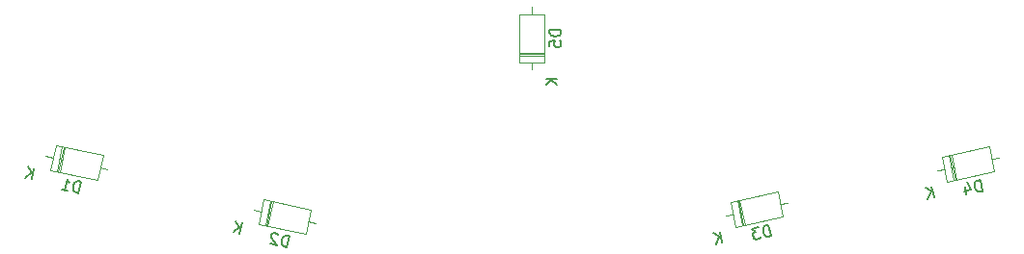
<source format=gbo>
G04 #@! TF.GenerationSoftware,KiCad,Pcbnew,(5.1.9)-1*
G04 #@! TF.CreationDate,2021-01-29T11:52:33-08:00*
G04 #@! TF.ProjectId,foursu-pcb,666f7572-7375-42d7-9063-622e6b696361,rev?*
G04 #@! TF.SameCoordinates,Original*
G04 #@! TF.FileFunction,Legend,Bot*
G04 #@! TF.FilePolarity,Positive*
%FSLAX46Y46*%
G04 Gerber Fmt 4.6, Leading zero omitted, Abs format (unit mm)*
G04 Created by KiCad (PCBNEW (5.1.9)-1) date 2021-01-29 11:52:33*
%MOMM*%
%LPD*%
G01*
G04 APERTURE LIST*
%ADD10C,0.120000*%
%ADD11C,0.150000*%
%ADD12R,2.000000X2.000000*%
%ADD13C,2.000000*%
%ADD14R,2.000000X3.200000*%
%ADD15C,1.750000*%
%ADD16C,0.100000*%
%ADD17C,1.905000*%
%ADD18C,2.250000*%
%ADD19C,3.987800*%
%ADD20O,1.600000X1.600000*%
%ADD21R,1.600000X1.600000*%
%ADD22C,2.082800*%
G04 APERTURE END LIST*
D10*
G04 #@! TO.C,D5*
X92763750Y-160103750D02*
X90523750Y-160103750D01*
X90523750Y-160103750D02*
X90523750Y-155863750D01*
X90523750Y-155863750D02*
X92763750Y-155863750D01*
X92763750Y-155863750D02*
X92763750Y-160103750D01*
X91643750Y-160753750D02*
X91643750Y-160103750D01*
X91643750Y-155213750D02*
X91643750Y-155863750D01*
X92763750Y-159383750D02*
X90523750Y-159383750D01*
X92763750Y-159263750D02*
X90523750Y-159263750D01*
X92763750Y-159503750D02*
X90523750Y-159503750D01*
G04 #@! TO.C,D4*
X128092181Y-170606655D02*
X127626458Y-168415604D01*
X127626458Y-168415604D02*
X131773804Y-167534058D01*
X131773804Y-167534058D02*
X132239526Y-169725109D01*
X132239526Y-169725109D02*
X128092181Y-170606655D01*
X127223524Y-169646272D02*
X127859319Y-169511129D01*
X132642461Y-168494441D02*
X132006665Y-168629584D01*
X128796447Y-170456958D02*
X128330725Y-168265908D01*
X128913825Y-170432009D02*
X128448102Y-168240958D01*
X128679069Y-170481908D02*
X128213347Y-168290857D01*
G04 #@! TO.C,D3*
X109526196Y-174572192D02*
X109060473Y-172381141D01*
X109060473Y-172381141D02*
X113207819Y-171499595D01*
X113207819Y-171499595D02*
X113673541Y-173690646D01*
X113673541Y-173690646D02*
X109526196Y-174572192D01*
X108657539Y-173611809D02*
X109293334Y-173476666D01*
X114076476Y-172459978D02*
X113440680Y-172595121D01*
X110230462Y-174422495D02*
X109764740Y-172231445D01*
X110347840Y-174397546D02*
X109882117Y-172206495D01*
X110113084Y-174447445D02*
X109647362Y-172256394D01*
G04 #@! TO.C,D2*
X67663958Y-174353146D02*
X68129681Y-172162095D01*
X68129681Y-172162095D02*
X72277026Y-173043641D01*
X72277026Y-173043641D02*
X71811304Y-175234692D01*
X71811304Y-175234692D02*
X67663958Y-174353146D01*
X67261024Y-173122478D02*
X67896819Y-173257621D01*
X72679961Y-174274309D02*
X72044165Y-174139166D01*
X68368225Y-174502842D02*
X68833947Y-172311792D01*
X68485602Y-174527792D02*
X68951325Y-172336741D01*
X68250847Y-174477893D02*
X68716569Y-172286842D01*
G04 #@! TO.C,D1*
X49407708Y-169590646D02*
X49873431Y-167399595D01*
X49873431Y-167399595D02*
X54020776Y-168281141D01*
X54020776Y-168281141D02*
X53555054Y-170472192D01*
X53555054Y-170472192D02*
X49407708Y-169590646D01*
X49004774Y-168359978D02*
X49640569Y-168495121D01*
X54423711Y-169511809D02*
X53787915Y-169376666D01*
X50111975Y-169740342D02*
X50577697Y-167549292D01*
X50229352Y-169765292D02*
X50695075Y-167574241D01*
X49994597Y-169715393D02*
X50460319Y-167524342D01*
G04 #@! TO.C,D5*
D11*
X94216130Y-157245654D02*
X93216130Y-157245654D01*
X93216130Y-157483750D01*
X93263750Y-157626607D01*
X93358988Y-157721845D01*
X93454226Y-157769464D01*
X93644702Y-157817083D01*
X93787559Y-157817083D01*
X93978035Y-157769464D01*
X94073273Y-157721845D01*
X94168511Y-157626607D01*
X94216130Y-157483750D01*
X94216130Y-157245654D01*
X93216130Y-158721845D02*
X93216130Y-158245654D01*
X93692321Y-158198035D01*
X93644702Y-158245654D01*
X93597083Y-158340892D01*
X93597083Y-158578988D01*
X93644702Y-158674226D01*
X93692321Y-158721845D01*
X93787559Y-158769464D01*
X94025654Y-158769464D01*
X94120892Y-158721845D01*
X94168511Y-158674226D01*
X94216130Y-158578988D01*
X94216130Y-158340892D01*
X94168511Y-158245654D01*
X94120892Y-158198035D01*
X93896130Y-161531845D02*
X92896130Y-161531845D01*
X93896130Y-162103273D02*
X93324702Y-161674702D01*
X92896130Y-162103273D02*
X93467559Y-161531845D01*
G04 #@! TO.C,D4*
X131189786Y-171433065D02*
X130981874Y-170454918D01*
X130748982Y-170504420D01*
X130619147Y-170580701D01*
X130545791Y-170693659D01*
X130519014Y-170796716D01*
X130512038Y-170992930D01*
X130541739Y-171132666D01*
X130627920Y-171309079D01*
X130694300Y-171392335D01*
X130807258Y-171465691D01*
X130956894Y-171482568D01*
X131189786Y-171433065D01*
X129653824Y-171077984D02*
X129792432Y-171730082D01*
X129807512Y-170655853D02*
X130188913Y-171305027D01*
X129583393Y-171433734D01*
X126930727Y-172011208D02*
X126722816Y-171033060D01*
X126371786Y-172130014D02*
X126672185Y-171481968D01*
X126163874Y-171151867D02*
X126841622Y-171592002D01*
G04 #@! TO.C,D3*
X112623801Y-175398602D02*
X112415889Y-174420455D01*
X112182997Y-174469957D01*
X112053162Y-174546238D01*
X111979806Y-174659196D01*
X111953029Y-174762253D01*
X111946053Y-174958467D01*
X111975754Y-175098203D01*
X112061935Y-175274616D01*
X112128315Y-175357872D01*
X112241273Y-175431228D01*
X112390909Y-175448105D01*
X112623801Y-175398602D01*
X111530898Y-174608565D02*
X110925379Y-174737272D01*
X111330632Y-175040596D01*
X111190897Y-175070298D01*
X111107640Y-175136677D01*
X111070963Y-175193156D01*
X111044185Y-175296214D01*
X111093688Y-175529106D01*
X111160068Y-175612363D01*
X111216547Y-175649040D01*
X111319604Y-175675818D01*
X111599075Y-175616414D01*
X111682331Y-175550035D01*
X111719009Y-175493556D01*
X108364742Y-175976745D02*
X108156831Y-174998597D01*
X107805801Y-176095551D02*
X108106200Y-175447505D01*
X107597889Y-175117404D02*
X108275637Y-175557539D01*
G04 #@! TO.C,D2*
X70157630Y-176368019D02*
X70365542Y-175389872D01*
X70132650Y-175340369D01*
X69983014Y-175357246D01*
X69870056Y-175430602D01*
X69803676Y-175513858D01*
X69717495Y-175690271D01*
X69687794Y-175830007D01*
X69694770Y-176026221D01*
X69721547Y-176129279D01*
X69794903Y-176242237D01*
X69924738Y-176318517D01*
X70157630Y-176368019D01*
X69414172Y-175285018D02*
X69377494Y-175228539D01*
X69294237Y-175162159D01*
X69061345Y-175112656D01*
X68958288Y-175139434D01*
X68901809Y-175176112D01*
X68835429Y-175259368D01*
X68815628Y-175352525D01*
X68832505Y-175502161D01*
X69272640Y-176179909D01*
X68667120Y-176051202D01*
X66031635Y-175163864D02*
X66239546Y-174185716D01*
X65472693Y-175045057D02*
X66010706Y-174575221D01*
X65680605Y-174066910D02*
X66120740Y-174744658D01*
G04 #@! TO.C,D1*
X51901380Y-171605519D02*
X52109292Y-170627372D01*
X51876400Y-170577869D01*
X51726764Y-170594746D01*
X51613806Y-170668102D01*
X51547426Y-170751358D01*
X51461245Y-170927771D01*
X51431544Y-171067507D01*
X51438520Y-171263721D01*
X51465297Y-171366779D01*
X51538653Y-171479737D01*
X51668488Y-171556017D01*
X51901380Y-171605519D01*
X50410870Y-171288702D02*
X50969811Y-171407508D01*
X50690340Y-171348105D02*
X50898252Y-170369957D01*
X50961707Y-170529494D01*
X51035063Y-170642452D01*
X51118320Y-170708831D01*
X47775385Y-170401364D02*
X47983296Y-169423216D01*
X47216443Y-170282557D02*
X47754456Y-169812721D01*
X47424355Y-169304410D02*
X47864490Y-169982158D01*
G04 #@! TD*
%LPC*%
D12*
G04 #@! TO.C,SW1*
X94130000Y-130300000D03*
D13*
X91630000Y-130300000D03*
X89130000Y-130300000D03*
D14*
X97230000Y-137800000D03*
X86030000Y-137800000D03*
D13*
X94130000Y-144800000D03*
X89130000Y-144800000D03*
G04 #@! TD*
D15*
G04 #@! TO.C,MX4*
X132808990Y-156783809D03*
X122871010Y-158896191D03*
D16*
G36*
X129404789Y-163674663D02*
G01*
X129008718Y-161811292D01*
X130872089Y-161415221D01*
X131268160Y-163278592D01*
X129404789Y-163674663D01*
G37*
D17*
X127653944Y-163073038D03*
D18*
X123585162Y-156147649D03*
D19*
X127840000Y-157840000D03*
D18*
X129268304Y-152342914D03*
G04 #@! TD*
D15*
G04 #@! TO.C,MX3*
X114228990Y-160733809D03*
X104291010Y-162846191D03*
D16*
G36*
X110824789Y-167624663D02*
G01*
X110428718Y-165761292D01*
X112292089Y-165365221D01*
X112688160Y-167228592D01*
X110824789Y-167624663D01*
G37*
D17*
X109073944Y-167023038D03*
D18*
X105005162Y-160097649D03*
D19*
X109260000Y-161790000D03*
D18*
X110688304Y-156292914D03*
G04 #@! TD*
D15*
G04 #@! TO.C,MX2*
X78988990Y-162816191D03*
X69051010Y-160703809D03*
D16*
G36*
X73076335Y-167726688D02*
G01*
X73472406Y-165863317D01*
X75335777Y-166259388D01*
X74939706Y-168122759D01*
X73076335Y-167726688D01*
G37*
D17*
X71721561Y-166464942D03*
D18*
X70821353Y-158483362D03*
D19*
X74020000Y-161760000D03*
D18*
X77560686Y-157319106D03*
G04 #@! TD*
D15*
G04 #@! TO.C,MX1*
X60418990Y-158886191D03*
X50481010Y-156773809D03*
D16*
G36*
X54506335Y-163796688D02*
G01*
X54902406Y-161933317D01*
X56765777Y-162329388D01*
X56369706Y-164192759D01*
X54506335Y-163796688D01*
G37*
D17*
X53151561Y-162534942D03*
D18*
X52251353Y-154553362D03*
D19*
X55450000Y-157830000D03*
D18*
X58990686Y-153389106D03*
G04 #@! TD*
D20*
G04 #@! TO.C,D5*
X91643750Y-154173750D03*
D21*
X91643750Y-161793750D03*
G04 #@! TD*
G04 #@! TO.C,D4*
G36*
G01*
X132877217Y-168444542D02*
X132877217Y-168444542D01*
G75*
G02*
X133493406Y-167495695I782518J166329D01*
G01*
X133493406Y-167495695D01*
G75*
G02*
X134442253Y-168111884I166329J-782518D01*
G01*
X134442253Y-168111884D01*
G75*
G02*
X133826064Y-169060731I-782518J-166329D01*
G01*
X133826064Y-169060731D01*
G75*
G02*
X132877217Y-168444542I-166329J782518D01*
G01*
G37*
D16*
G36*
X125590061Y-170811347D02*
G01*
X125257403Y-169246311D01*
X126822439Y-168913653D01*
X127155097Y-170478689D01*
X125590061Y-170811347D01*
G37*
G04 #@! TD*
G04 #@! TO.C,D3*
G36*
G01*
X114311232Y-172410079D02*
X114311232Y-172410079D01*
G75*
G02*
X114927421Y-171461232I782518J166329D01*
G01*
X114927421Y-171461232D01*
G75*
G02*
X115876268Y-172077421I166329J-782518D01*
G01*
X115876268Y-172077421D01*
G75*
G02*
X115260079Y-173026268I-782518J-166329D01*
G01*
X115260079Y-173026268D01*
G75*
G02*
X114311232Y-172410079I-166329J782518D01*
G01*
G37*
G36*
X107024076Y-174776884D02*
G01*
X106691418Y-173211848D01*
X108256454Y-172879190D01*
X108589112Y-174444226D01*
X107024076Y-174776884D01*
G37*
G04 #@! TD*
G04 #@! TO.C,D2*
G36*
G01*
X72914717Y-174324208D02*
X72914717Y-174324208D01*
G75*
G02*
X73863564Y-173708019I782518J-166329D01*
G01*
X73863564Y-173708019D01*
G75*
G02*
X74479753Y-174656866I-166329J-782518D01*
G01*
X74479753Y-174656866D01*
G75*
G02*
X73530906Y-175273055I-782518J166329D01*
G01*
X73530906Y-175273055D01*
G75*
G02*
X72914717Y-174324208I166329J782518D01*
G01*
G37*
G36*
X65294903Y-173522439D02*
G01*
X65627561Y-171957403D01*
X67192597Y-172290061D01*
X66859939Y-173855097D01*
X65294903Y-173522439D01*
G37*
G04 #@! TD*
G04 #@! TO.C,D1*
G36*
G01*
X54658467Y-169561708D02*
X54658467Y-169561708D01*
G75*
G02*
X55607314Y-168945519I782518J-166329D01*
G01*
X55607314Y-168945519D01*
G75*
G02*
X56223503Y-169894366I-166329J-782518D01*
G01*
X56223503Y-169894366D01*
G75*
G02*
X55274656Y-170510555I-782518J166329D01*
G01*
X55274656Y-170510555D01*
G75*
G02*
X54658467Y-169561708I166329J782518D01*
G01*
G37*
G36*
X47038653Y-168759939D02*
G01*
X47371311Y-167194903D01*
X48936347Y-167527561D01*
X48603689Y-169092597D01*
X47038653Y-168759939D01*
G37*
G04 #@! TD*
D22*
G04 #@! TO.C,B1*
X44770000Y-129880000D03*
X47310000Y-129880000D03*
X49850000Y-129880000D03*
X52390000Y-129880000D03*
X54930000Y-129880000D03*
X57470000Y-129880000D03*
X60010000Y-129880000D03*
X62550000Y-129880000D03*
X65090000Y-129880000D03*
X67630000Y-129880000D03*
X70170000Y-129880000D03*
X72710000Y-129880000D03*
X72710000Y-145120000D03*
X70170000Y-145120000D03*
X67630000Y-145120000D03*
X65090000Y-145120000D03*
X62550000Y-145120000D03*
X60010000Y-145120000D03*
X57470000Y-145120000D03*
X54930000Y-145120000D03*
X52390000Y-145120000D03*
X49850000Y-145120000D03*
X47310000Y-145120000D03*
X44770000Y-145120000D03*
G04 #@! TD*
M02*

</source>
